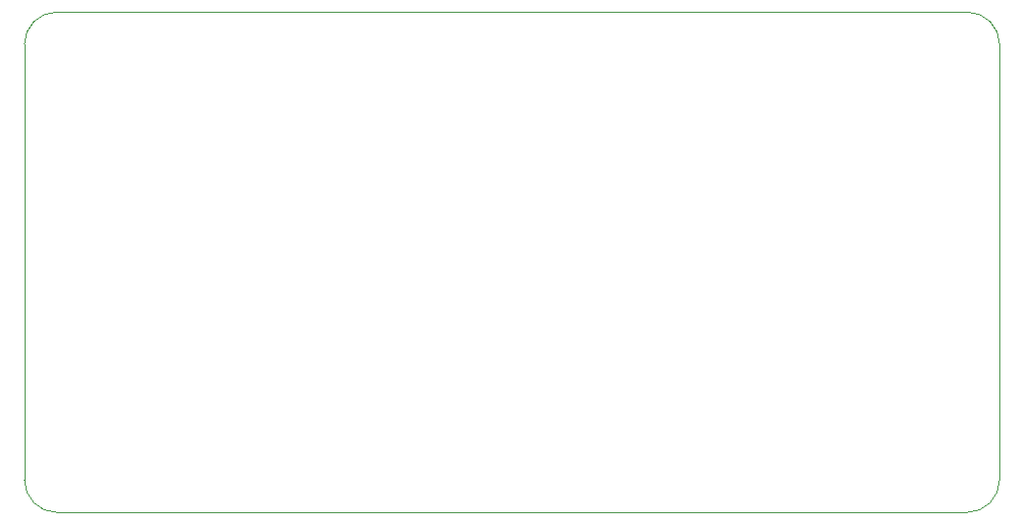
<source format=gbr>
%TF.GenerationSoftware,KiCad,Pcbnew,(6.0.6)*%
%TF.CreationDate,2022-07-20T13:38:39+10:00*%
%TF.ProjectId,SolderingInduction,536f6c64-6572-4696-9e67-496e64756374,3.5.0*%
%TF.SameCoordinates,Original*%
%TF.FileFunction,Profile,NP*%
%FSLAX46Y46*%
G04 Gerber Fmt 4.6, Leading zero omitted, Abs format (unit mm)*
G04 Created by KiCad (PCBNEW (6.0.6)) date 2022-07-20 13:38:39*
%MOMM*%
%LPD*%
G01*
G04 APERTURE LIST*
%TA.AperFunction,Profile*%
%ADD10C,0.010000*%
%TD*%
G04 APERTURE END LIST*
D10*
X2750000Y-43100000D02*
X81000000Y-43100000D01*
X-50000Y-40300000D02*
G75*
G03*
X2750000Y-43100000I2800000J0D01*
G01*
X83800000Y-40300000D02*
X83800000Y-2800000D01*
X81000000Y-43100000D02*
G75*
G03*
X83800000Y-40300000I0J2800000D01*
G01*
X83800000Y-2800000D02*
G75*
G03*
X81000000Y0I-2800000J0D01*
G01*
X81000000Y0D02*
X2750000Y0D01*
X-50000Y-2800000D02*
X-50000Y-40300000D01*
X2750000Y0D02*
G75*
G03*
X-50000Y-2800000I0J-2800000D01*
G01*
M02*

</source>
